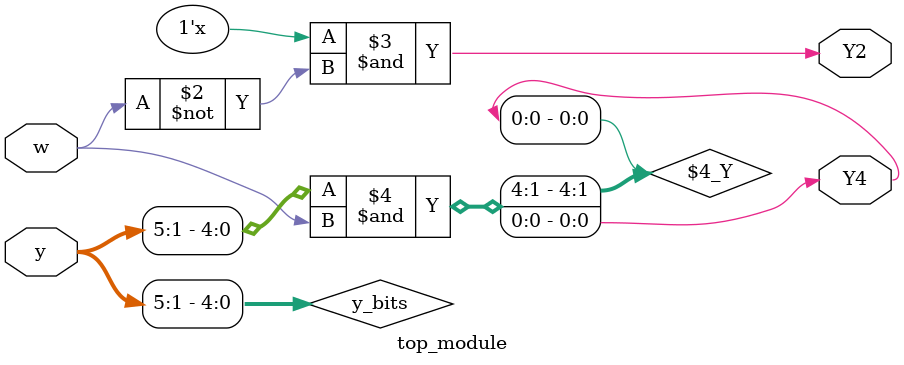
<source format=sv>
module top_module (
    input [6:1] y,
    input w,
    output reg Y2,
    output reg Y4
);

    reg [5:1] y_bits;

    always @ (*)
    begin
        y_bits = y[5:1];  // Corrected indexing of y_bits
        Y2 = y[0] & ~w;  // Corrected indexing of y
        Y4 = y_bits & w;  // Corrected indexing of y_bits
    end

endmodule

</source>
